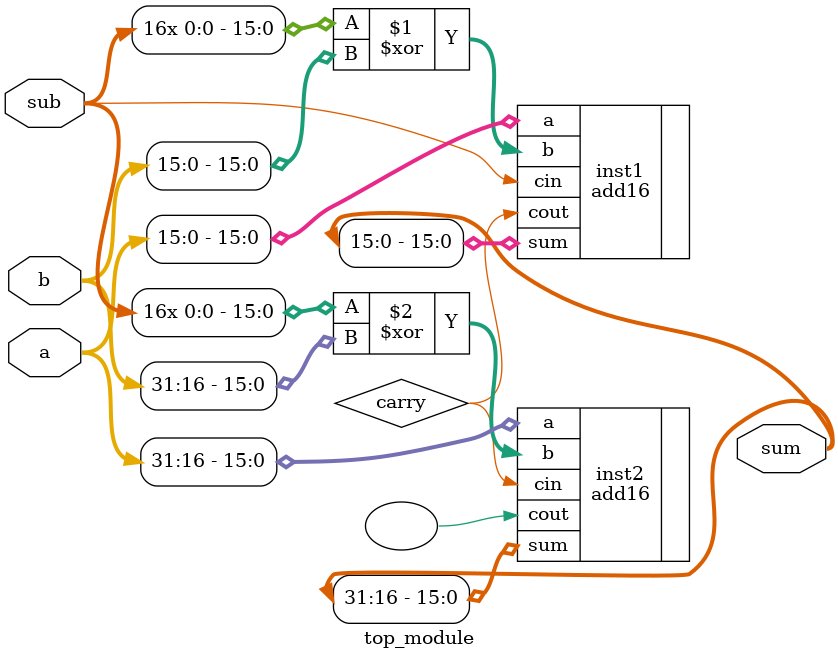
<source format=v>
module top_module(
    input [31:0] a,
    input [31:0] b,
    input sub,
    output [31:0] sum
);
    wire carry;
    add16 inst1(.a(a[15:0]), .b({16{sub}}^b[15:0]), .cin(sub), .cout(carry), .sum(sum[15:0]));
    add16 inst2(.a(a[31:16]), .b({16{sub}}^b[31:16]), .cin(carry), .cout(), .sum(sum[31:16]));
endmodule

</source>
